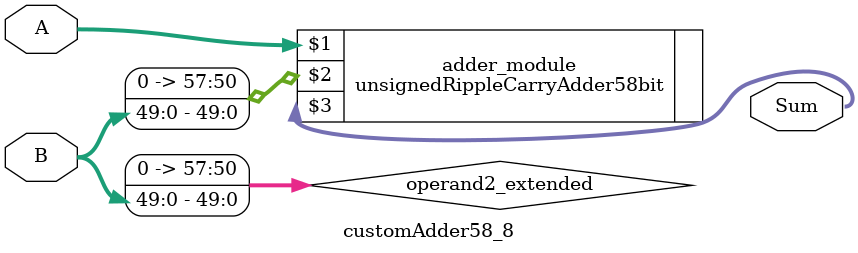
<source format=v>
module customAdder58_8(
                        input [57 : 0] A,
                        input [49 : 0] B,
                        
                        output [58 : 0] Sum
                );

        wire [57 : 0] operand2_extended;
        
        assign operand2_extended =  {8'b0, B};
        
        unsignedRippleCarryAdder58bit adder_module(
            A,
            operand2_extended,
            Sum
        );
        
        endmodule
        
</source>
